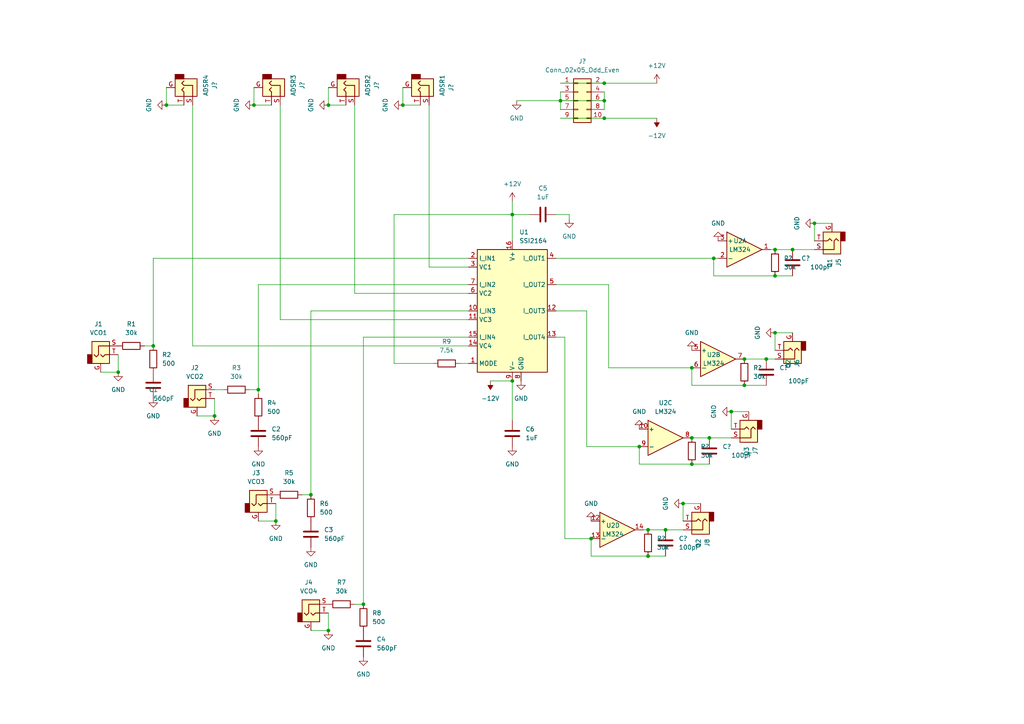
<source format=kicad_sch>
(kicad_sch (version 20211123) (generator eeschema)
  (paper "A4")
  (lib_symbols
    (symbol "Amplifier_Operational:LM324" (pin_names (offset 0.127))
      (property "Reference" "U" (at 0 5.08 0))
      (property "Value" "LM324" (at 0 -5.08 0))
      (symbol "LM324_1_1"
        (polyline (pts (xy -5.08 5.08) (xy 5.08 0) (xy -5.08 -5.08) (xy -5.08 5.08)) (stroke (width 0.254)) (fill (type background)))
        (pin output line (at 7.62 0 180) (length 2.54) (name "~") (number "1"))
        (pin input line (at -7.62 -2.54 0) (length 2.54) (name "-") (number "2"))
        (pin input line (at -7.62 2.54 0) (length 2.54) (name "+") (number "3"))
      )
      (symbol "LM324_2_1"
        (polyline (pts (xy -5.08 5.08) (xy 5.08 0) (xy -5.08 -5.08) (xy -5.08 5.08)) (stroke (width 0.254)) (fill (type background)))
        (pin input line (at -7.62 2.54 0) (length 2.54) (name "+") (number "5"))
        (pin input line (at -7.62 -2.54 0) (length 2.54) (name "-") (number "6"))
        (pin output line (at 7.62 0 180) (length 2.54) (name "~") (number "7"))
      )
      (symbol "LM324_3_1"
        (polyline (pts (xy -5.08 5.08) (xy 5.08 0) (xy -5.08 -5.08) (xy -5.08 5.08)) (stroke (width 0.254)) (fill (type background)))
        (pin input line (at -7.62 2.54 0) (length 2.54) (name "+") (number "10"))
        (pin output line (at 7.62 0 180) (length 2.54) (name "~") (number "8"))
        (pin input line (at -7.62 -2.54 0) (length 2.54) (name "-") (number "9"))
      )
      (symbol "LM324_4_1"
        (polyline (pts (xy -5.08 5.08) (xy 5.08 0) (xy -5.08 -5.08) (xy -5.08 5.08)) (stroke (width 0.254)) (fill (type background)))
        (pin input line (at -7.62 2.54 0) (length 2.54) (name "+") (number "12"))
        (pin input line (at -7.62 -2.54 0) (length 2.54) (name "-") (number "13"))
        (pin output line (at 7.62 0 180) (length 2.54) (name "~") (number "14"))
      )
      (symbol "LM324_5_1"
        (pin power_in line (at -2.54 -7.62 90) (length 3.81) (name "V-") (number "11"))
        (pin power_in line (at -2.54 7.62 270) (length 3.81) (name "V+") (number "4"))
      )
    )
    (symbol "Audio:SSI2164"
      (property "Reference" "U" (at -7.62 19.05 0))
      (property "Value" "SSI2164" (at 5.08 19.05 0))
      (symbol "SSI2164_0_1"
        (rectangle (start -10.16 17.78) (end 10.16 -17.78) (stroke (width 0.254)) (fill (type background)))
      )
      (symbol "SSI2164_1_1"
        (pin passive line (at -12.7 -15.24 0) (length 2.54) (name "MODE") (number "1"))
        (pin input line (at -12.7 0 0) (length 2.54) (name "I_IN3") (number "10"))
        (pin passive line (at -12.7 -2.54 0) (length 2.54) (name "VC3") (number "11"))
        (pin output line (at 12.7 0 180) (length 2.54) (name "I_OUT3") (number "12"))
        (pin output line (at 12.7 -7.62 180) (length 2.54) (name "I_OUT4") (number "13"))
        (pin passive line (at -12.7 -10.16 0) (length 2.54) (name "VC4") (number "14"))
        (pin input line (at -12.7 -7.62 0) (length 2.54) (name "I_IN4") (number "15"))
        (pin power_in line (at 0 20.32 270) (length 2.54) (name "V+") (number "16"))
        (pin input line (at -12.7 15.24 0) (length 2.54) (name "I_IN1") (number "2"))
        (pin passive line (at -12.7 12.7 0) (length 2.54) (name "VC1") (number "3"))
        (pin output line (at 12.7 15.24 180) (length 2.54) (name "I_OUT1") (number "4"))
        (pin output line (at 12.7 7.62 180) (length 2.54) (name "I_OUT2") (number "5"))
        (pin passive line (at -12.7 5.08 0) (length 2.54) (name "VC2") (number "6"))
        (pin input line (at -12.7 7.62 0) (length 2.54) (name "I_IN2") (number "7"))
        (pin power_in line (at 2.54 -20.32 90) (length 2.54) (name "GND") (number "8"))
        (pin power_in line (at 0 -20.32 90) (length 2.54) (name "V-") (number "9"))
      )
    )
    (symbol "Connector:AudioJack2_Ground"
      (property "Reference" "J" (at 0 8.89 0))
      (property "Value" "AudioJack2_Ground" (at 0 6.35 0))
      (symbol "AudioJack2_Ground_0_1"
        (rectangle (start -2.54 -2.54) (end -3.81 0) (stroke (width 0.254)) (fill (type outline)))
        (polyline (pts (xy 0 0) (xy 0.635 -0.635) (xy 1.27 0) (xy 2.54 0)) (stroke (width 0.254)))
        (polyline (pts (xy 2.54 2.54) (xy -0.635 2.54) (xy -0.635 0) (xy -1.27 -0.635) (xy -1.905 0)) (stroke (width 0.254)))
        (rectangle (start 2.54 3.81) (end -2.54 -2.54) (stroke (width 0.254)) (fill (type background)))
      )
      (symbol "AudioJack2_Ground_1_1"
        (pin passive line (at 0 -5.08 90) (length 2.54) (name "~") (number "G"))
        (pin passive line (at 5.08 2.54 180) (length 2.54) (name "~") (number "S"))
        (pin passive line (at 5.08 0 180) (length 2.54) (name "~") (number "T"))
      )
    )
    (symbol "Connector_Generic:Conn_02x05_Odd_Even" (pin_names (offset 1.016) hide)
      (property "Reference" "J" (at 1.27 7.62 0))
      (property "Value" "Conn_02x05_Odd_Even" (at 1.27 -7.62 0))
      (symbol "Conn_02x05_Odd_Even_1_1"
        (rectangle (start -1.27 -4.953) (end 0 -5.207) (stroke (width 0.1524)))
        (rectangle (start -1.27 -2.413) (end 0 -2.667) (stroke (width 0.1524)))
        (rectangle (start -1.27 0.127) (end 0 -0.127) (stroke (width 0.1524)))
        (rectangle (start -1.27 2.667) (end 0 2.413) (stroke (width 0.1524)))
        (rectangle (start -1.27 5.207) (end 0 4.953) (stroke (width 0.1524)))
        (rectangle (start -1.27 6.35) (end 3.81 -6.35) (stroke (width 0.254)) (fill (type background)))
        (rectangle (start 3.81 -4.953) (end 2.54 -5.207) (stroke (width 0.1524)))
        (rectangle (start 3.81 -2.413) (end 2.54 -2.667) (stroke (width 0.1524)))
        (rectangle (start 3.81 0.127) (end 2.54 -0.127) (stroke (width 0.1524)))
        (rectangle (start 3.81 2.667) (end 2.54 2.413) (stroke (width 0.1524)))
        (rectangle (start 3.81 5.207) (end 2.54 4.953) (stroke (width 0.1524)))
        (pin passive line (at -5.08 5.08 0) (length 3.81) (name "Pin_1") (number "1"))
        (pin passive line (at 7.62 -5.08 180) (length 3.81) (name "Pin_10") (number "10"))
        (pin passive line (at 7.62 5.08 180) (length 3.81) (name "Pin_2") (number "2"))
        (pin passive line (at -5.08 2.54 0) (length 3.81) (name "Pin_3") (number "3"))
        (pin passive line (at 7.62 2.54 180) (length 3.81) (name "Pin_4") (number "4"))
        (pin passive line (at -5.08 0 0) (length 3.81) (name "Pin_5") (number "5"))
        (pin passive line (at 7.62 0 180) (length 3.81) (name "Pin_6") (number "6"))
        (pin passive line (at -5.08 -2.54 0) (length 3.81) (name "Pin_7") (number "7"))
        (pin passive line (at 7.62 -2.54 180) (length 3.81) (name "Pin_8") (number "8"))
        (pin passive line (at -5.08 -5.08 0) (length 3.81) (name "Pin_9") (number "9"))
      )
    )
    (symbol "Device:C" (pin_numbers hide) (pin_names (offset 0.254))
      (property "Reference" "C" (at 0.635 2.54 0))
      (property "Value" "C" (at 0.635 -2.54 0))
      (symbol "C_0_1"
        (polyline (pts (xy -2.032 -0.762) (xy 2.032 -0.762)) (stroke (width 0.508)))
        (polyline (pts (xy -2.032 0.762) (xy 2.032 0.762)) (stroke (width 0.508)))
      )
      (symbol "C_1_1"
        (pin passive line (at 0 3.81 270) (length 2.794) (name "~") (number "1"))
        (pin passive line (at 0 -3.81 90) (length 2.794) (name "~") (number "2"))
      )
    )
    (symbol "Device:R" (pin_numbers hide) (pin_names (offset 0))
      (property "Reference" "R" (at 2.032 0 90))
      (property "Value" "R" (at 0 0 90))
      (symbol "R_0_1"
        (rectangle (start -1.016 -2.54) (end 1.016 2.54) (stroke (width 0.254)))
      )
      (symbol "R_1_1"
        (pin passive line (at 0 3.81 270) (length 1.27) (name "~") (number "1"))
        (pin passive line (at 0 -3.81 90) (length 1.27) (name "~") (number "2"))
      )
    )
    (symbol "power:+12V" (power) (pin_names (offset 0))
      (property "Value" "+12V" (at 0 3.556 0))
      (symbol "+12V_0_1"
        (polyline (pts (xy -0.762 1.27) (xy 0 2.54)))
        (polyline (pts (xy 0 0) (xy 0 2.54)))
        (polyline (pts (xy 0 2.54) (xy 0.762 1.27)))
      )
      (symbol "+12V_1_1"
        (pin power_in line (at 0 0 90) (length 0) hide (name "+12V") (number "1"))
      )
    )
    (symbol "power:-12V" (power) (pin_names (offset 0))
      (property "Value" "-12V" (at 0 3.81 0))
      (symbol "-12V_0_0"
        (pin power_in line (at 0 0 90) (length 0) hide (name "-12V") (number "1"))
      )
      (symbol "-12V_0_1"
        (polyline (pts (xy 0 0) (xy 0 1.27) (xy 0.762 1.27) (xy 0 2.54) (xy -0.762 1.27) (xy 0 1.27)) (fill (type outline)))
      )
    )
    (symbol "power:GND" (power) (pin_names (offset 0))
      (property "Value" "GND" (at 0 -3.81 0))
      (symbol "GND_0_1"
        (polyline (pts (xy 0 0) (xy 0 -1.27) (xy 1.27 -1.27) (xy 0 -2.54) (xy -1.27 -1.27) (xy 0 -1.27)))
      )
      (symbol "GND_1_1"
        (pin power_in line (at 0 0 270) (length 0) hide (name "GND") (number "1"))
      )
    )
  )
  (junction (at 44.45 100.33))
  (junction (at 207.01 74.93))
  (junction (at 116.84 30.48))
  (junction (at 95.25 30.48))
  (junction (at 74.93 113.03))
  (junction (at 162.56 29.21))
  (junction (at 95.25 182.88))
  (junction (at 222.25 104.14))
  (junction (at 229.87 72.39))
  (junction (at 205.74 127))
  (junction (at 187.96 153.67))
  (junction (at 212.09 119.38))
  (junction (at 80.01 151.13))
  (junction (at 171.45 156.21))
  (junction (at 224.79 72.39))
  (junction (at 200.66 127))
  (junction (at 215.9 111.76))
  (junction (at 224.79 96.52))
  (junction (at 200.66 134.62))
  (junction (at 236.22 64.77))
  (junction (at 34.29 107.95))
  (junction (at 175.26 29.21))
  (junction (at 62.23 120.65))
  (junction (at 200.66 106.68))
  (junction (at 90.17 143.51))
  (junction (at 175.26 34.29))
  (junction (at 148.59 62.23))
  (junction (at 105.41 175.26))
  (junction (at 175.26 24.13))
  (junction (at 185.42 129.54))
  (junction (at 224.79 80.01))
  (junction (at 215.9 104.14))
  (junction (at 73.66 30.48))
  (junction (at 198.12 146.05))
  (junction (at 48.26 30.48))
  (junction (at 187.96 161.29))
  (junction (at 148.59 110.49))
  (junction (at 193.04 153.67))
  (wire (pts (xy 48.26 30.48) (xy 48.26 25.4)))
  (wire (pts (xy 95.25 182.88) (xy 90.17 182.88)))
  (wire (pts (xy 205.74 127) (xy 212.09 127)))
  (wire (pts (xy 176.53 106.68) (xy 200.66 106.68)))
  (wire (pts (xy 135.89 90.17) (xy 90.17 90.17)))
  (wire (pts (xy 187.96 153.67) (xy 193.04 153.67)))
  (wire (pts (xy 114.3 105.41) (xy 125.73 105.41)))
  (wire (pts (xy 55.88 100.33) (xy 55.88 30.48)))
  (wire (pts (xy 124.46 77.47) (xy 135.89 77.47)))
  (wire (pts (xy 121.92 30.48) (xy 116.84 30.48)))
  (wire (pts (xy 55.88 100.33) (xy 135.89 100.33)))
  (wire (pts (xy 148.59 58.42) (xy 148.59 62.23)))
  (wire (pts (xy 62.23 120.65) (xy 57.15 120.65)))
  (wire (pts (xy 162.56 24.13) (xy 175.26 24.13)))
  (wire (pts (xy 114.3 62.23) (xy 114.3 105.41)))
  (wire (pts (xy 162.56 26.67) (xy 162.56 29.21)))
  (wire (pts (xy 34.29 102.87) (xy 34.29 107.95)))
  (wire (pts (xy 217.17 119.38) (xy 212.09 119.38)))
  (wire (pts (xy 62.23 113.03) (xy 64.77 113.03)))
  (wire (pts (xy 200.66 127) (xy 205.74 127)))
  (wire (pts (xy 200.66 134.62) (xy 205.74 134.62)))
  (wire (pts (xy 124.46 30.48) (xy 124.46 77.47)))
  (wire (pts (xy 193.04 153.67) (xy 198.12 153.67)))
  (wire (pts (xy 224.79 72.39) (xy 229.87 72.39)))
  (wire (pts (xy 215.9 111.76) (xy 222.25 111.76)))
  (wire (pts (xy 135.89 97.79) (xy 105.41 97.79)))
  (wire (pts (xy 223.52 72.39) (xy 224.79 72.39)))
  (wire (pts (xy 163.83 97.79) (xy 161.29 97.79)))
  (wire (pts (xy 62.23 115.57) (xy 62.23 120.65)))
  (wire (pts (xy 80.01 151.13) (xy 74.93 151.13)))
  (wire (pts (xy 171.45 156.21) (xy 163.83 156.21)))
  (wire (pts (xy 135.89 82.55) (xy 74.93 82.55)))
  (wire (pts (xy 41.91 100.33) (xy 44.45 100.33)))
  (wire (pts (xy 44.45 74.93) (xy 44.45 100.33)))
  (wire (pts (xy 102.87 85.09) (xy 135.89 85.09)))
  (wire (pts (xy 102.87 175.26) (xy 105.41 175.26)))
  (wire (pts (xy 74.93 113.03) (xy 74.93 114.3)))
  (wire (pts (xy 100.33 30.48) (xy 95.25 30.48)))
  (wire (pts (xy 222.25 104.14) (xy 224.79 104.14)))
  (wire (pts (xy 203.2 146.05) (xy 198.12 146.05)))
  (wire (pts (xy 34.29 107.95) (xy 29.21 107.95)))
  (wire (pts (xy 185.42 129.54) (xy 170.18 129.54)))
  (wire (pts (xy 187.96 161.29) (xy 171.45 161.29)))
  (wire (pts (xy 175.26 26.67) (xy 175.26 29.21)))
  (wire (pts (xy 200.66 111.76) (xy 215.9 111.76)))
  (wire (pts (xy 236.22 64.77) (xy 236.22 69.85)))
  (wire (pts (xy 81.28 92.71) (xy 81.28 30.48)))
  (wire (pts (xy 142.24 110.49) (xy 148.59 110.49)))
  (wire (pts (xy 78.74 30.48) (xy 73.66 30.48)))
  (wire (pts (xy 187.96 161.29) (xy 193.04 161.29)))
  (wire (pts (xy 95.25 177.8) (xy 95.25 182.88)))
  (wire (pts (xy 163.83 156.21) (xy 163.83 97.79)))
  (wire (pts (xy 161.29 74.93) (xy 207.01 74.93)))
  (wire (pts (xy 102.87 30.48) (xy 102.87 85.09)))
  (wire (pts (xy 170.18 129.54) (xy 170.18 90.17)))
  (wire (pts (xy 198.12 146.05) (xy 198.12 151.13)))
  (wire (pts (xy 116.84 30.48) (xy 116.84 25.4)))
  (wire (pts (xy 80.01 146.05) (xy 80.01 151.13)))
  (wire (pts (xy 162.56 29.21) (xy 175.26 29.21)))
  (wire (pts (xy 87.63 143.51) (xy 90.17 143.51)))
  (wire (pts (xy 229.87 96.52) (xy 224.79 96.52)))
  (wire (pts (xy 95.25 30.48) (xy 95.25 25.4)))
  (wire (pts (xy 170.18 90.17) (xy 161.29 90.17)))
  (wire (pts (xy 171.45 161.29) (xy 171.45 156.21)))
  (wire (pts (xy 148.59 62.23) (xy 114.3 62.23)))
  (wire (pts (xy 207.01 74.93) (xy 208.28 74.93)))
  (wire (pts (xy 200.66 106.68) (xy 200.66 111.76)))
  (wire (pts (xy 53.34 30.48) (xy 48.26 30.48)))
  (wire (pts (xy 176.53 82.55) (xy 176.53 106.68)))
  (wire (pts (xy 185.42 134.62) (xy 200.66 134.62)))
  (wire (pts (xy 187.96 153.67) (xy 186.69 153.67)))
  (wire (pts (xy 176.53 82.55) (xy 161.29 82.55)))
  (wire (pts (xy 73.66 30.48) (xy 73.66 25.4)))
  (wire (pts (xy 215.9 104.14) (xy 222.25 104.14)))
  (wire (pts (xy 185.42 129.54) (xy 185.42 134.62)))
  (wire (pts (xy 90.17 90.17) (xy 90.17 143.51)))
  (wire (pts (xy 148.59 62.23) (xy 153.67 62.23)))
  (wire (pts (xy 44.45 74.93) (xy 135.89 74.93)))
  (wire (pts (xy 175.26 24.13) (xy 190.5 24.13)))
  (wire (pts (xy 135.89 105.41) (xy 133.35 105.41)))
  (wire (pts (xy 241.3 64.77) (xy 236.22 64.77)))
  (wire (pts (xy 224.79 80.01) (xy 229.87 80.01)))
  (wire (pts (xy 162.56 34.29) (xy 175.26 34.29)))
  (wire (pts (xy 149.86 29.21) (xy 162.56 29.21)))
  (wire (pts (xy 165.1 62.23) (xy 165.1 63.5)))
  (wire (pts (xy 207.01 80.01) (xy 224.79 80.01)))
  (wire (pts (xy 74.93 82.55) (xy 74.93 113.03)))
  (wire (pts (xy 229.87 72.39) (xy 236.22 72.39)))
  (wire (pts (xy 72.39 113.03) (xy 74.93 113.03)))
  (wire (pts (xy 212.09 119.38) (xy 212.09 124.46)))
  (wire (pts (xy 162.56 29.21) (xy 162.56 31.75)))
  (wire (pts (xy 161.29 62.23) (xy 165.1 62.23)))
  (wire (pts (xy 207.01 74.93) (xy 207.01 80.01)))
  (wire (pts (xy 105.41 97.79) (xy 105.41 175.26)))
  (wire (pts (xy 175.26 34.29) (xy 190.5 34.29)))
  (wire (pts (xy 148.59 62.23) (xy 148.59 69.85)))
  (wire (pts (xy 175.26 29.21) (xy 175.26 31.75)))
  (wire (pts (xy 81.28 92.71) (xy 135.89 92.71)))
  (wire (pts (xy 148.59 121.92) (xy 148.59 110.49)))
  (wire (pts (xy 224.79 96.52) (xy 224.79 101.6)))
  (symbol (lib_id "power:GND") (at 224.79 96.52 270) (unit 1)
    (property "Reference" "#PWR0109" (effects hide))
    (property "Value" "GND" (at 219.71 96.52 0))
  )
  (symbol (lib_id "power:GND") (at 80.01 151.13 0) (unit 1)
    (property "Reference" "#PWR0105" (effects hide))
    (property "Value" "GND" (at 80.01 156.21 0))
  )
  (symbol (lib_id "Device:C") (at 105.41 186.69 0) (unit 1)
    (property "Reference" "C4" (at 109.22 185.4199 0) (effects (justify left)))
    (property "Value" "560pF" (at 109.22 187.9599 0) (effects (justify left)))
  )
  (symbol (lib_id "Amplifier_Operational:LM324") (at 208.28 104.14 0) (unit 2)
    (property "Reference" "U2" (at 207.01 102.87 0))
    (property "Value" "LM324" (at 207.01 105.41 0))
    (property "Datasheet" "http://www.ti.com/lit/ds/symlink/lm2902-n.pdf" (effects hide))
  )
  (symbol (lib_id "power:GND") (at 95.25 30.48 270) (unit 1)
    (property "Reference" "#PWR?" (effects hide))
    (property "Value" "GND" (at 90.17 30.48 0))
  )
  (symbol (lib_id "power:GND") (at 48.26 30.48 270) (unit 1)
    (property "Reference" "#PWR?" (effects hide))
    (property "Value" "GND" (at 43.18 30.48 0))
  )
  (symbol (lib_id "Device:R") (at 129.54 105.41 270) (unit 1)
    (property "Reference" "R9" (at 129.54 99.06 90))
    (property "Value" "7.5k" (at 129.54 101.6 90))
  )
  (symbol (lib_id "power:-12V") (at 190.5 34.29 180) (unit 1)
    (property "Reference" "#PWR?" (effects hide))
    (property "Value" "-12V" (at 190.5 39.37 0))
  )
  (symbol (lib_id "Connector:AudioJack2_Ground") (at 217.17 124.46 180) (unit 1)
    (property "Reference" "J7" (at 219.0751 129.54 90) (effects (justify left)))
    (property "Value" "Q3" (at 216.5351 129.54 90) (effects (justify left)))
  )
  (symbol (lib_id "Device:R") (at 38.1 100.33 90) (unit 1)
    (property "Reference" "R1" (at 38.1 93.98 90))
    (property "Value" "30k" (at 38.1 96.52 90))
  )
  (symbol (lib_id "Connector:AudioJack2_Ground") (at 74.93 146.05 0) (unit 1)
    (property "Reference" "J3" (at 74.295 137.16 0))
    (property "Value" "VCO3" (at 74.295 139.7 0))
  )
  (symbol (lib_id "Connector:AudioJack2_Ground") (at 78.74 25.4 270) (unit 1)
    (property "Reference" "J?" (at 87.63 24.765 0))
    (property "Value" "ADSR3" (at 85.09 24.765 0))
  )
  (symbol (lib_id "power:GND") (at 198.12 146.05 270) (unit 1)
    (property "Reference" "#PWR0118" (effects hide))
    (property "Value" "GND" (at 193.04 146.05 0))
  )
  (symbol (lib_id "Device:C") (at 229.87 76.2 0) (unit 1)
    (property "Reference" "C?" (at 232.41 74.9299 0) (effects (justify left)))
    (property "Value" "100pF" (at 234.95 77.47 0) (effects (justify left)))
  )
  (symbol (lib_id "power:GND") (at 149.86 29.21 0) (unit 1)
    (property "Reference" "#PWR?" (effects hide))
    (property "Value" "GND" (at 149.86 34.29 0))
  )
  (symbol (lib_id "Connector:AudioJack2_Ground") (at 241.3 69.85 180) (unit 1)
    (property "Reference" "J5" (at 243.2051 74.93 90) (effects (justify left)))
    (property "Value" "Q1" (at 240.6651 74.93 90) (effects (justify left)))
  )
  (symbol (lib_id "power:GND") (at 185.42 124.46 180) (unit 1)
    (property "Reference" "#PWR0119" (effects hide))
    (property "Value" "GND" (at 185.42 119.38 0))
  )
  (symbol (lib_id "power:GND") (at 90.17 158.75 0) (unit 1)
    (property "Reference" "#PWR0102" (effects hide))
    (property "Value" "GND" (at 90.17 163.83 0))
  )
  (symbol (lib_id "Device:R") (at 200.66 130.81 180) (unit 1)
    (property "Reference" "R?" (at 203.2 129.5399 0) (effects (justify right)))
    (property "Value" "30k" (at 203.2 132.0799 0) (effects (justify right)))
  )
  (symbol (lib_id "Device:R") (at 99.06 175.26 90) (unit 1)
    (property "Reference" "R7" (at 99.06 168.91 90))
    (property "Value" "30k" (at 99.06 171.45 90))
  )
  (symbol (lib_id "power:GND") (at 165.1 63.5 0) (unit 1)
    (property "Reference" "#PWR0114" (effects hide))
    (property "Value" "GND" (at 165.1 68.58 0))
  )
  (symbol (lib_id "Device:R") (at 224.79 76.2 180) (unit 1)
    (property "Reference" "R?" (at 227.33 74.9299 0) (effects (justify right)))
    (property "Value" "30k" (at 227.33 77.4699 0) (effects (justify right)))
  )
  (symbol (lib_id "Connector:AudioJack2_Ground") (at 121.92 25.4 270) (unit 1)
    (property "Reference" "J?" (at 130.81 25.4 0))
    (property "Value" "ADSR1" (at 128.27 24.765 0))
  )
  (symbol (lib_id "Connector:AudioJack2_Ground") (at 90.17 177.8 0) (unit 1)
    (property "Reference" "J4" (at 89.535 168.91 0))
    (property "Value" "VCO4" (at 89.535 171.45 0))
  )
  (symbol (lib_id "Device:R") (at 105.41 179.07 180) (unit 1)
    (property "Reference" "R8" (at 107.95 177.7999 0) (effects (justify right)))
    (property "Value" "500" (at 107.95 180.3399 0) (effects (justify right)))
  )
  (symbol (lib_id "Device:C") (at 193.04 157.48 0) (unit 1)
    (property "Reference" "C?" (at 196.85 156.2099 0) (effects (justify left)))
    (property "Value" "100pF" (at 196.85 158.7499 0) (effects (justify left)))
  )
  (symbol (lib_id "Connector:AudioJack2_Ground") (at 203.2 151.13 180) (unit 1)
    (property "Reference" "J8" (at 205.1051 156.21 90) (effects (justify left)))
    (property "Value" "Q2" (at 202.5651 156.21 90) (effects (justify left)))
  )
  (symbol (lib_id "power:GND") (at 171.45 151.13 180) (unit 1)
    (property "Reference" "#PWR0121" (effects hide))
    (property "Value" "GND" (at 171.45 146.05 0))
  )
  (symbol (lib_id "Device:C") (at 205.74 130.81 0) (unit 1)
    (property "Reference" "C?" (at 209.55 129.5399 0) (effects (justify left)))
    (property "Value" "100pF" (at 212.09 132.08 0) (effects (justify left)))
  )
  (symbol (lib_id "Amplifier_Operational:LM324") (at 179.07 153.67 0) (unit 4)
    (property "Reference" "U2" (at 177.8 152.4 0))
    (property "Value" "LM324" (at 177.8 154.94 0))
    (property "Datasheet" "http://www.ti.com/lit/ds/symlink/lm2902-n.pdf" (effects hide))
  )
  (symbol (lib_id "power:GND") (at 148.59 129.54 0) (unit 1)
    (property "Reference" "#PWR0117" (effects hide))
    (property "Value" "GND" (at 148.59 134.62 0))
  )
  (symbol (lib_id "power:+12V") (at 148.59 58.42 0) (unit 1)
    (property "Reference" "#PWR0113" (effects hide))
    (property "Value" "+12V" (at 148.59 53.34 0))
  )
  (symbol (lib_id "power:GND") (at 34.29 107.95 0) (unit 1)
    (property "Reference" "#PWR0104" (effects hide))
    (property "Value" "GND" (at 34.29 113.03 0))
  )
  (symbol (lib_id "Device:C") (at 222.25 107.95 0) (unit 1)
    (property "Reference" "C?" (at 226.06 106.6799 0) (effects (justify left)))
    (property "Value" "100pF" (at 228.6 110.49 0) (effects (justify left)))
  )
  (symbol (lib_id "Device:R") (at 90.17 147.32 180) (unit 1)
    (property "Reference" "R6" (at 92.71 146.0499 0) (effects (justify right)))
    (property "Value" "500" (at 92.71 148.5899 0) (effects (justify right)))
  )
  (symbol (lib_id "power:GND") (at 74.93 129.54 0) (unit 1)
    (property "Reference" "#PWR0103" (effects hide))
    (property "Value" "GND" (at 74.93 134.62 0))
  )
  (symbol (lib_id "power:GND") (at 236.22 64.77 270) (unit 1)
    (property "Reference" "#PWR0108" (effects hide))
    (property "Value" "GND" (at 231.14 64.77 0))
  )
  (symbol (lib_id "Device:C") (at 90.17 154.94 0) (unit 1)
    (property "Reference" "C3" (at 93.98 153.6699 0) (effects (justify left)))
    (property "Value" "560pF" (at 93.98 156.2099 0) (effects (justify left)))
  )
  (symbol (lib_id "Connector:AudioJack2_Ground") (at 53.34 25.4 270) (unit 1)
    (property "Reference" "J?" (at 62.23 24.765 0))
    (property "Value" "ADSR4" (at 59.69 24.765 0))
  )
  (symbol (lib_id "Connector:AudioJack2_Ground") (at 57.15 115.57 0) (unit 1)
    (property "Reference" "J2" (at 56.515 106.68 0))
    (property "Value" "VCO2" (at 56.515 109.22 0))
  )
  (symbol (lib_id "power:GND") (at 212.09 119.38 270) (unit 1)
    (property "Reference" "#PWR0120" (effects hide))
    (property "Value" "GND" (at 207.01 119.38 0))
  )
  (symbol (lib_id "Device:R") (at 68.58 113.03 90) (unit 1)
    (property "Reference" "R3" (at 68.58 106.68 90))
    (property "Value" "30k" (at 68.58 109.22 90))
  )
  (symbol (lib_id "power:GND") (at 151.13 110.49 0) (unit 1)
    (property "Reference" "#PWR0116" (effects hide))
    (property "Value" "GND" (at 151.13 115.57 0))
  )
  (symbol (lib_id "power:GND") (at 200.66 101.6 180) (unit 1)
    (property "Reference" "#PWR0110" (effects hide))
    (property "Value" "GND" (at 200.66 96.52 0))
  )
  (symbol (lib_id "Device:C") (at 74.93 125.73 0) (unit 1)
    (property "Reference" "C2" (at 78.74 124.4599 0) (effects (justify left)))
    (property "Value" "560pF" (at 78.74 126.9999 0) (effects (justify left)))
  )
  (symbol (lib_id "Device:R") (at 187.96 157.48 180) (unit 1)
    (property "Reference" "R?" (at 190.5 156.2099 0) (effects (justify right)))
    (property "Value" "30k" (at 190.5 158.7499 0) (effects (justify right)))
  )
  (symbol (lib_id "Device:C") (at 44.45 111.76 0) (unit 1)
    (property "Reference" "C1" (at 43.18 113.03 0) (effects (justify left)))
    (property "Value" "560pF" (at 44.45 115.57 0) (effects (justify left)))
  )
  (symbol (lib_id "power:GND") (at 208.28 69.85 180) (unit 1)
    (property "Reference" "#PWR0111" (effects hide))
    (property "Value" "GND" (at 208.28 64.77 0))
  )
  (symbol (lib_id "Amplifier_Operational:LM324") (at 215.9 72.39 0) (unit 1)
    (property "Reference" "U2" (at 214.63 69.85 0))
    (property "Value" "LM324" (at 214.63 72.39 0))
    (property "Datasheet" "http://www.ti.com/lit/ds/symlink/lm2902-n.pdf" (effects hide))
  )
  (symbol (lib_id "power:GND") (at 95.25 182.88 0) (unit 1)
    (property "Reference" "#PWR0101" (effects hide))
    (property "Value" "GND" (at 95.25 187.96 0))
  )
  (symbol (lib_id "power:GND") (at 116.84 30.48 270) (unit 1)
    (property "Reference" "#PWR?" (effects hide))
    (property "Value" "GND" (at 111.76 30.48 0))
  )
  (symbol (lib_id "Connector:AudioJack2_Ground") (at 29.21 102.87 0) (unit 1)
    (property "Reference" "J1" (at 28.575 93.98 0))
    (property "Value" "VCO1" (at 28.575 96.52 0))
  )
  (symbol (lib_id "power:-12V") (at 142.24 110.49 180) (unit 1)
    (property "Reference" "#PWR0115" (effects hide))
    (property "Value" "-12V" (at 142.24 115.57 0))
  )
  (symbol (lib_id "power:GND") (at 44.45 115.57 0) (unit 1)
    (property "Reference" "#PWR0107" (effects hide))
    (property "Value" "GND" (at 44.45 120.65 0))
  )
  (symbol (lib_id "Device:C") (at 148.59 125.73 0) (unit 1)
    (property "Reference" "C6" (at 152.4 124.4599 0) (effects (justify left)))
    (property "Value" "1uF" (at 152.4 126.9999 0) (effects (justify left)))
  )
  (symbol (lib_id "Device:R") (at 83.82 143.51 90) (unit 1)
    (property "Reference" "R5" (at 83.82 137.16 90))
    (property "Value" "30k" (at 83.82 139.7 90))
  )
  (symbol (lib_id "Connector:AudioJack2_Ground") (at 229.87 101.6 180) (unit 1)
    (property "Reference" "J6" (at 231.14 104.14 90) (effects (justify left)))
    (property "Value" "Q2" (at 228.6 104.14 90) (effects (justify left)))
  )
  (symbol (lib_id "power:GND") (at 105.41 190.5 0) (unit 1)
    (property "Reference" "#PWR0112" (effects hide))
    (property "Value" "GND" (at 105.41 195.58 0))
  )
  (symbol (lib_id "Device:R") (at 74.93 118.11 180) (unit 1)
    (property "Reference" "R4" (at 77.47 116.8399 0) (effects (justify right)))
    (property "Value" "500" (at 77.47 119.3799 0) (effects (justify right)))
  )
  (symbol (lib_id "Connector:AudioJack2_Ground") (at 100.33 25.4 270) (unit 1)
    (property "Reference" "J?" (at 109.22 24.765 0))
    (property "Value" "ADSR2" (at 106.68 24.765 0))
  )
  (symbol (lib_id "Device:R") (at 44.45 104.14 180) (unit 1)
    (property "Reference" "R2" (at 46.99 102.8699 0) (effects (justify right)))
    (property "Value" "500" (at 46.99 105.4099 0) (effects (justify right)))
  )
  (symbol (lib_id "Connector_Generic:Conn_02x05_Odd_Even") (at 167.64 29.21 0) (unit 1)
    (property "Reference" "J?" (at 168.91 17.78 0))
    (property "Value" "Conn_02x05_Odd_Even" (at 168.91 20.32 0))
  )
  (symbol (lib_id "Device:C") (at 157.48 62.23 270) (unit 1)
    (property "Reference" "C5" (at 157.48 54.61 90))
    (property "Value" "1uF" (at 157.48 57.15 90))
  )
  (symbol (lib_id "Device:R") (at 215.9 107.95 180) (unit 1)
    (property "Reference" "R?" (at 218.44 106.6799 0) (effects (justify right)))
    (property "Value" "30k" (at 218.44 109.2199 0) (effects (justify right)))
  )
  (symbol (lib_id "Audio:SSI2164") (at 148.59 90.17 0) (unit 1)
    (property "Reference" "U1" (at 150.6094 67.31 0) (effects (justify left)))
    (property "Value" "SSI2164" (at 150.6094 69.85 0) (effects (justify left)))
    (property "Footprint" "Package_SO:SOIC-16_3.9x9.9mm_P1.27mm" (effects hide))
    (property "Datasheet" "http://www.soundsemiconductor.com/downloads/ssi2164datasheet.pdf" (effects hide))
  )
  (symbol (lib_id "power:GND") (at 62.23 120.65 0) (unit 1)
    (property "Reference" "#PWR0106" (effects hide))
    (property "Value" "GND" (at 62.23 125.73 0))
  )
  (symbol (lib_id "power:GND") (at 73.66 30.48 270) (unit 1)
    (property "Reference" "#PWR?" (effects hide))
    (property "Value" "GND" (at 68.58 30.48 0))
  )
  (symbol (lib_id "power:+12V") (at 190.5 24.13 0) (unit 1)
    (property "Reference" "#PWR?" (effects hide))
    (property "Value" "+12V" (at 190.5 19.05 0))
  )
  (symbol (lib_id "Amplifier_Operational:LM324") (at 193.04 127 0) (unit 3)
    (property "Reference" "U2" (at 193.04 116.84 0))
    (property "Value" "LM324" (at 193.04 119.38 0))
    (property "Datasheet" "http://www.ti.com/lit/ds/symlink/lm2902-n.pdf" (effects hide))
  )
)
</source>
